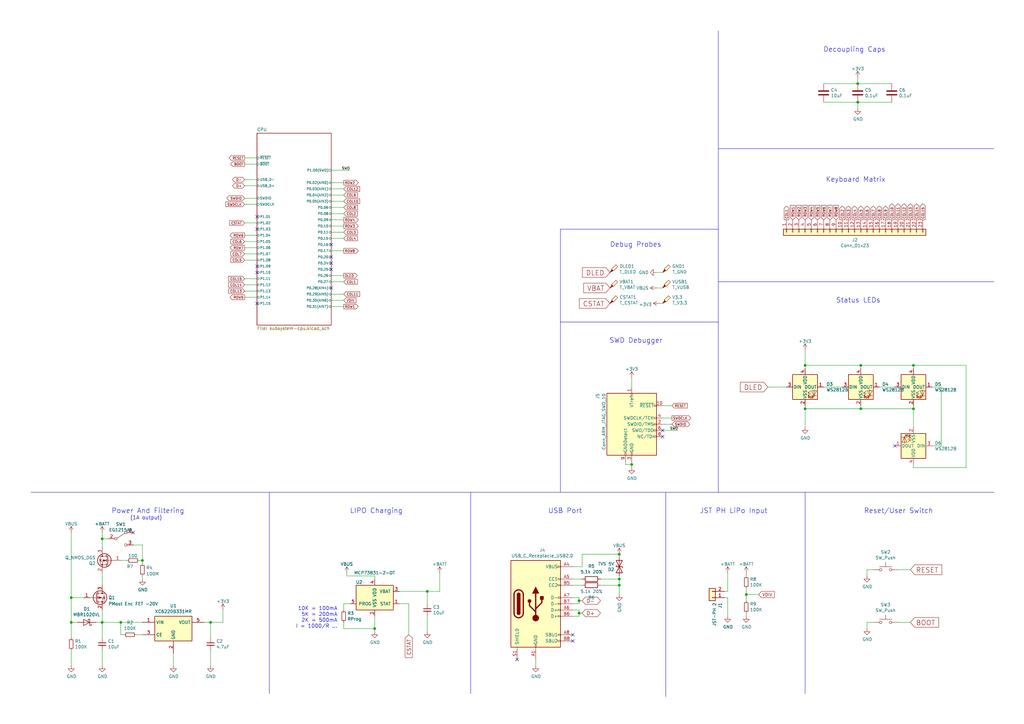
<source format=kicad_sch>
(kicad_sch (version 20230121) (generator eeschema)
  (paper "A3")
  (lib_symbols
    (symbol "Battery_Management:MCP73831-2-OT" (pin_names (offset 1.016))
      (property "Reference" "U" (at -7.62 6.35 0))
      (property "Value" "MCP73831-2-OT" (at 1.27 6.35 0))
      (symbol "MCP73831-2-OT_1_1"
        (pin output line (at 10.16 -2.54 180) (length 2.54) (name "STAT") (number "1"))
        (pin power_in line (at 0 -7.62 90) (length 2.54) (name "VSS") (number "2"))
        (pin power_out line (at 10.16 2.54 180) (length 2.54) (name "VBAT") (number "3"))
        (pin power_in line (at 0 7.62 270) (length 2.54) (name "VDD") (number "4"))
        (pin input line (at -10.16 -2.54 0) (length 2.54) (name "PROG") (number "5"))
      )
    )
    (symbol "Connector:Conn_ARM_JTAG_SWD_10" (pin_names (offset 1.016))
      (property "Reference" "J" (at -2.54 16.51 0))
      (property "Value" "Conn_ARM_JTAG_SWD_10" (at -2.54 13.97 0))
      (symbol "Conn_ARM_JTAG_SWD_10_1_1"
        (pin power_in line (at 0 15.24 270) (length 2.54) (name "VTref") (number "1"))
        (pin open_collector line (at 12.7 7.62 180) (length 2.54) (name "~{RESET}") (number "10"))
        (pin bidirectional line (at 12.7 0 180) (length 2.54) (name "SWDIO/TMS") (number "2"))
        (pin power_in line (at 0 -15.24 90) (length 2.54) (name "GND") (number "3"))
        (pin output line (at 12.7 2.54 180) (length 2.54) (name "SWDCLK/TCK") (number "4"))
        (pin passive line (at 0 -15.24 90) (length 2.54) hide (name "GND") (number "5"))
        (pin input line (at 12.7 -2.54 180) (length 2.54) (name "SWO/TDO") (number "6"))
        (pin no_connect line (at -10.16 0 0) (length 2.54) hide (name "KEY") (number "7"))
        (pin output line (at 12.7 -5.08 180) (length 2.54) (name "NC/TDI") (number "8"))
        (pin passive line (at -2.54 -15.24 90) (length 2.54) (name "GNDDetect") (number "9"))
      )
    )
    (symbol "Connector:TestPoint_Probe" (pin_numbers hide) (pin_names (offset 0.762) hide)
      (property "Reference" "TP" (at 1.651 5.842 0))
      (property "Value" "TestPoint_Probe" (at 1.651 4.064 0))
      (symbol "TestPoint_Probe_1_1"
        (pin passive line (at 0 0 90) (length 0) (name "1") (number "1"))
      )
    )
    (symbol "Connector:USB_C_Receptacle_USB2.0" (pin_names (offset 1.016))
      (property "Reference" "J" (at -10.16 19.05 0))
      (property "Value" "USB_C_Receptacle_USB2.0" (at 19.05 19.05 0))
      (symbol "USB_C_Receptacle_USB2.0_1_1"
        (pin passive line (at 0 -22.86 90) (length 5.08) (name "GND") (number "A1"))
        (pin passive line (at 0 -22.86 90) (length 5.08) hide (name "GND") (number "A12"))
        (pin passive line (at 15.24 15.24 180) (length 5.08) (name "VBUS") (number "A4"))
        (pin bidirectional line (at 15.24 10.16 180) (length 5.08) (name "CC1") (number "A5"))
        (pin bidirectional line (at 15.24 -2.54 180) (length 5.08) (name "D+") (number "A6"))
        (pin bidirectional line (at 15.24 2.54 180) (length 5.08) (name "D-") (number "A7"))
        (pin bidirectional line (at 15.24 -12.7 180) (length 5.08) (name "SBU1") (number "A8"))
        (pin passive line (at 15.24 15.24 180) (length 5.08) hide (name "VBUS") (number "A9"))
        (pin passive line (at 0 -22.86 90) (length 5.08) hide (name "GND") (number "B1"))
        (pin passive line (at 0 -22.86 90) (length 5.08) hide (name "GND") (number "B12"))
        (pin passive line (at 15.24 15.24 180) (length 5.08) hide (name "VBUS") (number "B4"))
        (pin bidirectional line (at 15.24 7.62 180) (length 5.08) (name "CC2") (number "B5"))
        (pin bidirectional line (at 15.24 -5.08 180) (length 5.08) (name "D+") (number "B6"))
        (pin bidirectional line (at 15.24 0 180) (length 5.08) (name "D-") (number "B7"))
        (pin bidirectional line (at 15.24 -15.24 180) (length 5.08) (name "SBU2") (number "B8"))
        (pin passive line (at 15.24 15.24 180) (length 5.08) hide (name "VBUS") (number "B9"))
        (pin passive line (at -7.62 -22.86 90) (length 5.08) (name "SHIELD") (number "S1"))
      )
    )
    (symbol "Connector_Generic:Conn_01x02" (pin_names (offset 1.016) hide)
      (property "Reference" "J" (at 0 2.54 0))
      (property "Value" "Conn_01x02" (at 0 -5.08 0))
      (symbol "Conn_01x02_1_1"
        (pin passive line (at -5.08 0 0) (length 3.81) (name "Pin_1") (number "1"))
        (pin passive line (at -5.08 -2.54 0) (length 3.81) (name "Pin_2") (number "2"))
      )
    )
    (symbol "Connector_Generic:Conn_01x23" (pin_names (offset 1.016) hide)
      (property "Reference" "J" (at 0 30.48 0))
      (property "Value" "Conn_01x23" (at 0 -30.48 0))
      (symbol "Conn_01x23_1_1"
        (pin passive line (at -5.08 27.94 0) (length 3.81) (name "Pin_1") (number "1"))
        (pin passive line (at -5.08 5.08 0) (length 3.81) (name "Pin_10") (number "10"))
        (pin passive line (at -5.08 2.54 0) (length 3.81) (name "Pin_11") (number "11"))
        (pin passive line (at -5.08 0 0) (length 3.81) (name "Pin_12") (number "12"))
        (pin passive line (at -5.08 -2.54 0) (length 3.81) (name "Pin_13") (number "13"))
        (pin passive line (at -5.08 -5.08 0) (length 3.81) (name "Pin_14") (number "14"))
        (pin passive line (at -5.08 -7.62 0) (length 3.81) (name "Pin_15") (number "15"))
        (pin passive line (at -5.08 -10.16 0) (length 3.81) (name "Pin_16") (number "16"))
        (pin passive line (at -5.08 -12.7 0) (length 3.81) (name "Pin_17") (number "17"))
        (pin passive line (at -5.08 -15.24 0) (length 3.81) (name "Pin_18") (number "18"))
        (pin passive line (at -5.08 -17.78 0) (length 3.81) (name "Pin_19") (number "19"))
        (pin passive line (at -5.08 25.4 0) (length 3.81) (name "Pin_2") (number "2"))
        (pin passive line (at -5.08 -20.32 0) (length 3.81) (name "Pin_20") (number "20"))
        (pin passive line (at -5.08 -22.86 0) (length 3.81) (name "Pin_21") (number "21"))
        (pin passive line (at -5.08 -25.4 0) (length 3.81) (name "Pin_22") (number "22"))
        (pin passive line (at -5.08 -27.94 0) (length 3.81) (name "Pin_23") (number "23"))
        (pin passive line (at -5.08 22.86 0) (length 3.81) (name "Pin_3") (number "3"))
        (pin passive line (at -5.08 20.32 0) (length 3.81) (name "Pin_4") (number "4"))
        (pin passive line (at -5.08 17.78 0) (length 3.81) (name "Pin_5") (number "5"))
        (pin passive line (at -5.08 15.24 0) (length 3.81) (name "Pin_6") (number "6"))
        (pin passive line (at -5.08 12.7 0) (length 3.81) (name "Pin_7") (number "7"))
        (pin passive line (at -5.08 10.16 0) (length 3.81) (name "Pin_8") (number "8"))
        (pin passive line (at -5.08 7.62 0) (length 3.81) (name "Pin_9") (number "9"))
      )
    )
    (symbol "Device:C" (pin_numbers hide) (pin_names (offset 0.254))
      (property "Reference" "C" (at 0.635 2.54 0))
      (property "Value" "C" (at 0.635 -2.54 0))
      (symbol "C_1_1"
        (pin passive line (at 0 3.81 270) (length 2.794) (name "~") (number "1"))
        (pin passive line (at 0 -3.81 90) (length 2.794) (name "~") (number "2"))
      )
    )
    (symbol "Device:C_Small" (pin_numbers hide) (pin_names (offset 0.254) hide)
      (property "Reference" "C" (at 0.254 1.778 0))
      (property "Value" "C_Small" (at 0.254 -2.032 0))
      (symbol "C_Small_1_1"
        (pin passive line (at 0 2.54 270) (length 2.032) (name "~") (number "1"))
        (pin passive line (at 0 -2.54 90) (length 2.032) (name "~") (number "2"))
      )
    )
    (symbol "Device:D_TVS" (pin_numbers hide) (pin_names (offset 1.016) hide)
      (property "Reference" "D" (at 0 2.54 0))
      (property "Value" "D_TVS" (at 0 -2.54 0))
      (symbol "D_TVS_1_1"
        (pin passive line (at -3.81 0 0) (length 2.54) (name "A1") (number "1"))
        (pin passive line (at 3.81 0 180) (length 2.54) (name "A2") (number "2"))
      )
    )
    (symbol "Device:Q_NMOS_GSD" (pin_names (offset 0) hide)
      (property "Reference" "Q" (at 5.08 1.27 0))
      (property "Value" "Q_NMOS_GSD" (at 5.08 -1.27 0))
      (symbol "Q_NMOS_GSD_1_1"
        (pin input line (at -5.08 0 0) (length 2.54) (name "G") (number "1"))
        (pin passive line (at 2.54 -5.08 90) (length 2.54) (name "S") (number "2"))
        (pin passive line (at 2.54 5.08 270) (length 2.54) (name "D") (number "3"))
      )
    )
    (symbol "Device:R" (pin_numbers hide) (pin_names (offset 0))
      (property "Reference" "R" (at 2.032 0 90))
      (property "Value" "R" (at 0 0 90))
      (symbol "R_1_1"
        (pin passive line (at 0 3.81 270) (length 1.27) (name "~") (number "1"))
        (pin passive line (at 0 -3.81 90) (length 1.27) (name "~") (number "2"))
      )
    )
    (symbol "Device:R_Small" (pin_numbers hide) (pin_names (offset 0.254) hide)
      (property "Reference" "R" (at 0.762 0.508 0))
      (property "Value" "R_Small" (at 0.762 -1.016 0))
      (symbol "R_Small_1_1"
        (pin passive line (at 0 2.54 270) (length 0.762) (name "~") (number "1"))
        (pin passive line (at 0 -2.54 90) (length 0.762) (name "~") (number "2"))
      )
    )
    (symbol "Diode:MBR1020VL" (pin_numbers hide) (pin_names hide)
      (property "Reference" "D" (at 0 2.54 0))
      (property "Value" "MBR1020VL" (at 0 -2.54 0))
      (symbol "MBR1020VL_1_1"
        (pin passive line (at -3.81 0 0) (length 2.54) (name "K") (number "1"))
        (pin passive line (at 3.81 0 180) (length 2.54) (name "A") (number "2"))
      )
    )
    (symbol "GND_1" (power) (pin_names (offset 0))
      (property "Value" "GND_1" (at 0 -3.81 0))
      (symbol "GND_1_1_1"
        (pin power_in line (at 0 0 270) (length 0) hide (name "GND") (number "1"))
      )
    )
    (symbol "LibraryLoader:WS2812B_2020" (pin_names (offset 0.254))
      (property "Reference" "D" (at 5.08 5.715 0))
      (property "Value" "WS2812B_2020" (at 1.27 -5.715 0))
      (symbol "WS2812B_2020_0_0"
        (text "RGB" (at 2.286 -4.191 0) (effects (font (size 0.762 0.762))))
      )
      (symbol "WS2812B_2020_1_1"
        (pin output line (at 7.62 0 180) (length 2.54) (name "DOUT") (number "1"))
        (pin power_in line (at 0 -7.62 90) (length 2.54) (name "VSS") (number "2"))
        (pin input line (at -7.62 0 0) (length 2.54) (name "DIN") (number "3"))
        (pin power_in line (at 0 7.62 270) (length 2.54) (name "VDD") (number "4"))
      )
    )
    (symbol "Regulator_Linear:XC6220B331MR"
      (property "Reference" "U" (at 0 8.89 0))
      (property "Value" "XC6220B331MR" (at 0 6.35 0))
      (symbol "XC6220B331MR_1_1"
        (pin power_in line (at -12.7 2.54 0) (length 5.08) (name "VIN") (number "1"))
        (pin power_in line (at 0 -10.16 90) (length 5.08) (name "GND") (number "2"))
        (pin input line (at -12.7 -2.54 0) (length 5.08) (name "CE") (number "3"))
        (pin no_connect line (at 12.7 -2.54 180) (length 5.08) hide (name "NC") (number "4"))
        (pin power_out line (at 12.7 2.54 180) (length 5.08) (name "VOUT") (number "5"))
      )
    )
    (symbol "Switch:SW_Push" (pin_numbers hide) (pin_names (offset 1.016) hide)
      (property "Reference" "SW" (at 1.27 2.54 0))
      (property "Value" "SW_Push" (at 0 -1.524 0))
      (symbol "SW_Push_0_1"
        (pin passive line (at -5.08 0 0) (length 2.54) (name "1") (number "1"))
        (pin passive line (at 5.08 0 180) (length 2.54) (name "2") (number "2"))
      )
    )
    (symbol "Switch:SW_SPDT" (pin_names (offset 0) hide)
      (property "Reference" "SW" (at 0 4.318 0))
      (property "Value" "SW_SPDT" (at 0 -5.08 0))
      (symbol "SW_SPDT_1_1"
        (pin passive line (at 5.08 2.54 180) (length 2.54) (name "A") (number "1"))
        (pin passive line (at -5.08 0 0) (length 2.54) (name "B") (number "2"))
        (pin passive line (at 5.08 -2.54 180) (length 2.54) (name "C") (number "3"))
      )
    )
    (symbol "Transistor_FET:DMG2301L" (pin_names hide)
      (property "Reference" "Q" (at 5.08 1.905 0))
      (property "Value" "DMG2301L" (at 5.08 0 0))
      (symbol "DMG2301L_1_1"
        (pin input line (at -5.08 0 0) (length 2.54) (name "G") (number "1"))
        (pin passive line (at 2.54 -5.08 90) (length 2.54) (name "S") (number "2"))
        (pin passive line (at 2.54 5.08 270) (length 2.54) (name "D") (number "3"))
      )
    )
    (symbol "VBUS_1" (power) (pin_names (offset 0))
      (property "Value" "VBUS_1" (at 0 3.81 0))
      (symbol "VBUS_1_1_1"
        (pin power_in line (at 0 0 90) (length 0) hide (name "VBUS") (number "1"))
      )
    )
    (symbol "power:+3.3V" (power) (pin_names (offset 0))
      (property "Value" "+3.3V" (at 0 3.556 0))
      (symbol "+3.3V_1_1"
        (pin power_in line (at 0 0 90) (length 0) hide (name "+3V3") (number "1"))
      )
    )
    (symbol "power:+BATT" (power) (pin_names (offset 0))
      (property "Value" "+BATT" (at 0 3.556 0))
      (symbol "+BATT_1_1"
        (pin power_in line (at 0 0 90) (length 0) hide (name "+BATT") (number "1"))
      )
    )
    (symbol "power:GND" (power) (pin_names (offset 0))
      (property "Value" "GND" (at 0 -3.81 0))
      (symbol "GND_1_1"
        (pin power_in line (at 0 0 270) (length 0) hide (name "GND") (number "1"))
      )
    )
    (symbol "power:VBUS" (power) (pin_names (offset 0))
      (property "Value" "VBUS" (at 0 3.81 0))
      (symbol "VBUS_1_1"
        (pin power_in line (at 0 0 90) (length 0) hide (name "VBUS") (number "1"))
      )
    )
  )
  (junction (at 330.2 167.64))
  (junction (at 374.65 149.86))
  (junction (at 353.06 149.86))
  (junction (at 254 227.33))
  (junction (at 58.42 229.87))
  (junction (at 41.91 220.98))
  (junction (at 175.26 242.57))
  (junction (at 254 237.49))
  (junction (at 49.53 255.27))
  (junction (at 306.07 243.84))
  (junction (at 237.49 246.38))
  (junction (at 29.21 245.11))
  (junction (at 353.06 167.64))
  (junction (at 351.79 41.91))
  (junction (at 41.91 255.27))
  (junction (at 153.67 257.81))
  (junction (at 254 240.03))
  (junction (at 86.36 255.27))
  (junction (at 29.21 255.27))
  (junction (at 237.49 251.46))
  (junction (at 259.08 190.5))
  (junction (at 351.79 34.29))
  (junction (at 374.65 167.64))
  (junction (at 330.2 149.86))
  (no_connect (at 105.41 124.46))
  (no_connect (at 54.61 218.44))
  (no_connect (at 105.41 111.76))
  (no_connect (at 135.89 110.49))
  (no_connect (at 105.41 109.22))
  (no_connect (at 234.95 260.35))
  (no_connect (at 234.95 262.89))
  (no_connect (at 212.09 270.51))
  (no_connect (at 367.03 182.88))
  (no_connect (at 135.89 118.11))
  (no_connect (at 271.78 179.07))
  (no_connect (at 271.78 176.53))
  (no_connect (at 135.89 100.33))
  (no_connect (at 135.89 107.95))
  (no_connect (at 105.41 88.9))
  (no_connect (at 135.89 105.41))
  (no_connect (at 105.41 93.98))
  (wire (pts (xy 135.89 102.87) (xy 140.97 102.87)))
  (polyline (pts (xy 294.64 115.57) (xy 407.67 115.57)))
  (wire (pts (xy 140.97 123.19) (xy 135.89 123.19)))
  (wire (pts (xy 256.54 189.23) (xy 256.54 190.5)))
  (wire (pts (xy 135.89 80.01) (xy 140.97 80.01)))
  (wire (pts (xy 100.33 106.68) (xy 105.41 106.68)))
  (wire (pts (xy 41.91 220.98) (xy 41.91 224.79)))
  (wire (pts (xy 360.68 158.75) (xy 367.03 158.75)))
  (wire (pts (xy 140.97 77.47) (xy 135.89 77.47)))
  (wire (pts (xy 100.33 101.6) (xy 105.41 101.6)))
  (wire (pts (xy 330.2 167.64) (xy 353.06 167.64)))
  (wire (pts (xy 374.65 167.64) (xy 374.65 175.26)))
  (wire (pts (xy 140.97 97.79) (xy 135.89 97.79)))
  (wire (pts (xy 246.38 240.03) (xy 254 240.03)))
  (wire (pts (xy 180.34 242.57) (xy 180.34 234.95)))
  (wire (pts (xy 41.91 220.98) (xy 41.91 218.44)))
  (wire (pts (xy 100.33 116.84) (xy 105.41 116.84)))
  (polyline (pts (xy 294.64 132.08) (xy 229.87 132.08)))
  (wire (pts (xy 58.42 229.87) (xy 58.42 231.14)))
  (wire (pts (xy 105.41 83.82) (xy 100.33 83.82)))
  (wire (pts (xy 353.06 167.64) (xy 374.65 167.64)))
  (polyline (pts (xy 294.64 60.96) (xy 407.67 60.96)))
  (wire (pts (xy 29.21 218.44) (xy 29.21 245.11)))
  (wire (pts (xy 254 240.03) (xy 254 243.84)))
  (wire (pts (xy 355.6 255.27) (xy 358.14 255.27)))
  (wire (pts (xy 330.2 151.13) (xy 330.2 149.86)))
  (wire (pts (xy 175.26 242.57) (xy 163.83 242.57)))
  (wire (pts (xy 374.65 191.77) (xy 374.65 190.5)))
  (wire (pts (xy 100.33 73.66) (xy 105.41 73.66)))
  (wire (pts (xy 256.54 190.5) (xy 259.08 190.5)))
  (wire (pts (xy 57.15 229.87) (xy 58.42 229.87)))
  (polyline (pts (xy 12.7 201.93) (xy 407.67 201.93)))
  (wire (pts (xy 337.82 158.75) (xy 345.44 158.75)))
  (wire (pts (xy 396.24 191.77) (xy 374.65 191.77)))
  (wire (pts (xy 234.95 245.11) (xy 237.49 245.11)))
  (wire (pts (xy 140.97 257.81) (xy 153.67 257.81)))
  (wire (pts (xy 330.2 175.26) (xy 330.2 167.64)))
  (wire (pts (xy 330.2 167.64) (xy 330.2 166.37)))
  (wire (pts (xy 135.89 90.17) (xy 140.97 90.17)))
  (wire (pts (xy 175.26 247.65) (xy 175.26 242.57)))
  (wire (pts (xy 351.79 34.29) (xy 365.76 34.29)))
  (wire (pts (xy 237.49 251.46) (xy 237.49 252.73)))
  (wire (pts (xy 100.33 96.52) (xy 105.41 96.52)))
  (wire (pts (xy 41.91 273.05) (xy 41.91 266.7)))
  (wire (pts (xy 135.89 125.73) (xy 140.97 125.73)))
  (wire (pts (xy 368.3 255.27) (xy 373.38 255.27)))
  (wire (pts (xy 271.78 171.45) (xy 275.59 171.45)))
  (wire (pts (xy 254 237.49) (xy 254 240.03)))
  (wire (pts (xy 373.38 233.68) (xy 368.3 233.68)))
  (wire (pts (xy 49.53 255.27) (xy 41.91 255.27)))
  (wire (pts (xy 140.97 115.57) (xy 135.89 115.57)))
  (wire (pts (xy 142.24 234.95) (xy 142.24 236.22)))
  (wire (pts (xy 105.41 104.14) (xy 100.33 104.14)))
  (wire (pts (xy 58.42 223.52) (xy 58.42 229.87)))
  (wire (pts (xy 234.95 237.49) (xy 238.76 237.49)))
  (wire (pts (xy 351.79 31.75) (xy 351.79 34.29)))
  (wire (pts (xy 140.97 250.19) (xy 140.97 247.65)))
  (wire (pts (xy 58.42 236.22) (xy 58.42 237.49)))
  (wire (pts (xy 55.88 260.35) (xy 58.42 260.35)))
  (wire (pts (xy 396.24 149.86) (xy 396.24 191.77)))
  (wire (pts (xy 100.33 76.2) (xy 105.41 76.2)))
  (wire (pts (xy 237.49 246.38) (xy 237.49 247.65)))
  (wire (pts (xy 237.49 250.19) (xy 237.49 251.46)))
  (wire (pts (xy 238.76 227.33) (xy 254 227.33)))
  (wire (pts (xy 297.18 242.57) (xy 298.45 242.57)))
  (wire (pts (xy 29.21 255.27) (xy 31.75 255.27)))
  (wire (pts (xy 355.6 233.68) (xy 358.14 233.68)))
  (wire (pts (xy 374.65 149.86) (xy 396.24 149.86)))
  (wire (pts (xy 41.91 255.27) (xy 41.91 261.62)))
  (wire (pts (xy 271.78 166.37) (xy 275.59 166.37)))
  (wire (pts (xy 306.07 243.84) (xy 311.15 243.84)))
  (wire (pts (xy 100.33 81.28) (xy 105.41 81.28)))
  (wire (pts (xy 86.36 255.27) (xy 91.44 255.27)))
  (wire (pts (xy 246.38 237.49) (xy 254 237.49)))
  (wire (pts (xy 254 237.49) (xy 254 236.22)))
  (wire (pts (xy 298.45 245.11) (xy 298.45 252.73)))
  (wire (pts (xy 275.59 173.99) (xy 271.78 173.99)))
  (wire (pts (xy 54.61 223.52) (xy 58.42 223.52)))
  (wire (pts (xy 41.91 250.19) (xy 41.91 255.27)))
  (wire (pts (xy 49.53 255.27) (xy 58.42 255.27)))
  (wire (pts (xy 100.33 121.92) (xy 105.41 121.92)))
  (wire (pts (xy 237.49 245.11) (xy 237.49 246.38)))
  (polyline (pts (xy 229.87 93.98) (xy 294.64 93.98)))
  (polyline (pts (xy 273.05 201.93) (xy 273.05 285.75)))
  (wire (pts (xy 135.89 120.65) (xy 140.97 120.65)))
  (wire (pts (xy 135.89 69.85) (xy 143.51 69.85)))
  (wire (pts (xy 259.08 158.75) (xy 259.08 154.94)))
  (wire (pts (xy 374.65 151.13) (xy 374.65 149.86)))
  (wire (pts (xy 140.97 247.65) (xy 143.51 247.65)))
  (wire (pts (xy 386.08 182.88) (xy 386.08 158.75)))
  (wire (pts (xy 237.49 246.38) (xy 238.76 246.38)))
  (wire (pts (xy 351.79 41.91) (xy 365.76 41.91)))
  (wire (pts (xy 330.2 149.86) (xy 330.2 143.51)))
  (wire (pts (xy 41.91 220.98) (xy 44.45 220.98)))
  (wire (pts (xy 140.97 92.71) (xy 135.89 92.71)))
  (wire (pts (xy 175.26 259.08) (xy 175.26 252.73)))
  (wire (pts (xy 297.18 245.11) (xy 298.45 245.11)))
  (wire (pts (xy 259.08 191.77) (xy 259.08 190.5)))
  (wire (pts (xy 49.53 260.35) (xy 49.53 255.27)))
  (wire (pts (xy 105.41 119.38) (xy 100.33 119.38)))
  (wire (pts (xy 41.91 234.95) (xy 41.91 240.03)))
  (wire (pts (xy 83.82 255.27) (xy 86.36 255.27)))
  (wire (pts (xy 254 227.33) (xy 254 228.6)))
  (wire (pts (xy 71.12 273.05) (xy 71.12 267.97)))
  (wire (pts (xy 271.78 176.53) (xy 278.13 176.53)))
  (wire (pts (xy 91.44 255.27) (xy 91.44 250.19)))
  (wire (pts (xy 234.95 252.73) (xy 237.49 252.73)))
  (wire (pts (xy 238.76 227.33) (xy 238.76 232.41)))
  (wire (pts (xy 351.79 44.45) (xy 351.79 41.91)))
  (wire (pts (xy 374.65 167.64) (xy 374.65 166.37)))
  (wire (pts (xy 269.24 111.76) (xy 271.78 111.76)))
  (polyline (pts (xy 294.64 12.7) (xy 294.64 201.93)))
  (wire (pts (xy 355.6 236.22) (xy 355.6 233.68)))
  (wire (pts (xy 140.97 82.55) (xy 135.89 82.55)))
  (wire (pts (xy 355.6 257.81) (xy 355.6 255.27)))
  (polyline (pts (xy 229.87 93.98) (xy 229.87 201.93)))
  (wire (pts (xy 237.49 251.46) (xy 238.76 251.46)))
  (wire (pts (xy 142.24 236.22) (xy 153.67 236.22)))
  (wire (pts (xy 234.95 240.03) (xy 238.76 240.03)))
  (wire (pts (xy 306.07 246.38) (xy 306.07 243.84)))
  (wire (pts (xy 353.06 151.13) (xy 353.06 149.86)))
  (wire (pts (xy 306.07 252.73) (xy 306.07 251.46)))
  (wire (pts (xy 140.97 257.81) (xy 140.97 255.27)))
  (wire (pts (xy 29.21 261.62) (xy 29.21 255.27)))
  (wire (pts (xy 105.41 99.06) (xy 100.33 99.06)))
  (wire (pts (xy 29.21 273.05) (xy 29.21 266.7)))
  (wire (pts (xy 337.82 41.91) (xy 351.79 41.91)))
  (wire (pts (xy 270.51 124.46) (xy 271.78 124.46)))
  (polyline (pts (xy 110.49 284.48) (xy 110.49 201.93)))
  (wire (pts (xy 234.95 247.65) (xy 237.49 247.65)))
  (wire (pts (xy 135.89 95.25) (xy 140.97 95.25)))
  (wire (pts (xy 306.07 236.22) (xy 306.07 234.95)))
  (wire (pts (xy 86.36 273.05) (xy 86.36 266.7)))
  (wire (pts (xy 234.95 250.19) (xy 237.49 250.19)))
  (wire (pts (xy 314.96 158.75) (xy 322.58 158.75)))
  (wire (pts (xy 167.64 247.65) (xy 167.64 260.35)))
  (wire (pts (xy 100.33 64.77) (xy 105.41 64.77)))
  (wire (pts (xy 234.95 232.41) (xy 238.76 232.41)))
  (wire (pts (xy 49.53 229.87) (xy 52.07 229.87)))
  (wire (pts (xy 39.37 255.27) (xy 41.91 255.27)))
  (wire (pts (xy 153.67 257.81) (xy 153.67 252.73)))
  (wire (pts (xy 140.97 87.63) (xy 135.89 87.63)))
  (wire (pts (xy 100.33 67.31) (xy 105.41 67.31)))
  (wire (pts (xy 353.06 149.86) (xy 374.65 149.86)))
  (wire (pts (xy 269.24 118.11) (xy 271.78 118.11)))
  (wire (pts (xy 219.71 270.51) (xy 219.71 273.05)))
  (wire (pts (xy 153.67 259.08) (xy 153.67 257.81)))
  (wire (pts (xy 306.07 243.84) (xy 306.07 241.3)))
  (wire (pts (xy 135.89 85.09) (xy 140.97 85.09)))
  (wire (pts (xy 50.8 260.35) (xy 49.53 260.35)))
  (wire (pts (xy 382.27 182.88) (xy 386.08 182.88)))
  (wire (pts (xy 135.89 74.93) (xy 140.97 74.93)))
  (wire (pts (xy 180.34 242.57) (xy 175.26 242.57)))
  (wire (pts (xy 29.21 245.11) (xy 29.21 255.27)))
  (wire (pts (xy 105.41 91.44) (xy 100.33 91.44)))
  (wire (pts (xy 140.97 113.03) (xy 135.89 113.03)))
  (wire (pts (xy 105.41 114.3) (xy 100.33 114.3)))
  (wire (pts (xy 86.36 261.62) (xy 86.36 255.27)))
  (wire (pts (xy 337.82 34.29) (xy 351.79 34.29)))
  (wire (pts (xy 330.2 149.86) (xy 353.06 149.86)))
  (wire (pts (xy 353.06 167.64) (xy 353.06 166.37)))
  (wire (pts (xy 163.83 247.65) (xy 167.64 247.65)))
  (wire (pts (xy 29.21 245.11) (xy 34.29 245.11)))
  (polyline (pts (xy 193.04 284.48) (xy 193.04 201.93)))
  (polyline (pts (xy 330.2 201.93) (xy 330.2 284.48)))
  (wire (pts (xy 259.08 190.5) (xy 259.08 189.23)))
  (wire (pts (xy 153.67 237.49) (xy 153.67 236.22)))
  (wire (pts (xy 386.08 158.75) (xy 382.27 158.75)))
  (wire (pts (xy 298.45 234.95) (xy 298.45 242.57)))
  (text "JST PH LiPo Input" (at 287.02 210.82 0) (effects (font (size 2.0066 2.0066)) (justify left bottom)))
  (text "USB Port" (at 224.79 210.82 0) (effects (font (size 2.0066 2.0066)) (justify left bottom)))
  (text "SWD Debugger" (at 271.78 140.97 0) (effects (font (size 2.0066 2.0066)) (justify right bottom)))
  (text "Reset/User Switch" (at 354.33 210.82 0) (effects (font (size 2.0066 2.0066)) (justify left bottom)))
  (text "Debug Probes" (at 250.19 101.6 0) (effects (font (size 2.0066 2.0066)) (justify left bottom)))
  (text "Power And Filtering" (at 45.72 210.82 0) (effects (font (size 2.0066 2.0066)) (justify left bottom)))
  (text "Status LEDs" (at 342.9 124.46 0) (effects (font (size 2.0066 2.0066)) (justify left bottom)))
  (text "Keyboard Matrix" (at 363.22 74.93 0) (effects (font (size 2.0066 2.0066)) (justify right bottom)))
  (text "10K = 100mA\n5K = 200mA\n2K = 500mA\nI = 1000/R ..." (at 138.43 257.81 0) (effects (font (size 1.4986 1.4986)) (justify right bottom)))
  (text "(1A output)" (at 53.34 213.36 0) (effects (font (size 1.4986 1.4986)) (justify left bottom)))
  (text "Decoupling Caps" (at 363.22 21.59 0) (effects (font (size 2.0066 2.0066)) (justify right bottom)))
  (text "LIPO Charging" (at 143.51 210.82 0) (effects (font (size 2.0066 2.0066)) (justify left bottom)))
  (label "SWO" (at 143.51 69.85 180) (effects (font (size 1 1))))
  (label "SWO" (at 278.13 176.53 180) (effects (font (size 1 1))))
  (global_label "ROW8" (shape output) (at 140.97 102.87 0) (effects (font (size 0.9906 0.9906))) (property "Intersheetrefs" "${INTERSHEET_REFS}" (effects hide)))
  (global_label "BOOT" (shape output) (at 100.33 67.31 180) (effects (font (size 0.9906 0.9906))) (property "Intersheetrefs" "${INTERSHEET_REFS}" (effects hide)))
  (global_label "COL8" (shape input) (at 140.97 85.09 0) (effects (font (size 0.9906 0.9906))) (property "Intersheetrefs" "${INTERSHEET_REFS}" (effects hide)))
  (global_label "CSTAT" (shape input) (at 167.64 260.35 270) (effects (font (size 1.4986 1.4986))) (property "Intersheetrefs" "${INTERSHEET_REFS}" (effects hide)))
  (global_label "RESET" (shape input) (at 275.59 166.37 0) (effects (font (size 0.9906 0.9906))) (property "Intersheetrefs" "${INTERSHEET_REFS}" (effects hide)))
  (global_label "COL14" (shape input) (at 100.33 116.84 180) (effects (font (size 0.9906 0.9906))) (property "Intersheetrefs" "${INTERSHEET_REFS}" (effects hide)))
  (global_label "COL13" (shape output) (at 373.38 90.17 90) (effects (font (size 0.9906 0.9906))) (property "Intersheetrefs" "${INTERSHEET_REFS}" (effects hide)))
  (global_label "COL7" (shape output) (at 358.14 90.17 90) (effects (font (size 0.9906 0.9906))) (property "Intersheetrefs" "${INTERSHEET_REFS}" (effects hide)))
  (global_label "D-" (shape bidirectional) (at 238.76 246.38 0) (effects (font (size 1.4986 1.4986))) (property "Intersheetrefs" "${INTERSHEET_REFS}" (effects hide)))
  (global_label "ROW8" (shape input) (at 342.9 90.17 90) (effects (font (size 0.9906 0.9906))) (property "Intersheetrefs" "${INTERSHEET_REFS}" (effects hide)))
  (global_label "VDIV" (shape input) (at 140.97 123.19 0) (effects (font (size 0.9906 0.9906))) (property "Intersheetrefs" "${INTERSHEET_REFS}" (effects hide)))
  (global_label "COL6" (shape output) (at 355.6 90.17 90) (effects (font (size 0.9906 0.9906))) (property "Intersheetrefs" "${INTERSHEET_REFS}" (effects hide)))
  (global_label "COL1" (shape output) (at 322.58 90.17 90) (effects (font (size 0.9906 0.9906))) (property "Intersheetrefs" "${INTERSHEET_REFS}" (effects hide)))
  (global_label "BOOT" (shape input) (at 373.38 255.27 0) (effects (font (size 2.0066 2.0066))) (property "Intersheetrefs" "${INTERSHEET_REFS}" (effects hide)))
  (global_label "ROW2" (shape output) (at 140.97 74.93 0) (effects (font (size 0.9906 0.9906))) (property "Intersheetrefs" "${INTERSHEET_REFS}" (effects hide)))
  (global_label "ROW7" (shape output) (at 100.33 101.6 180) (effects (font (size 0.9906 0.9906))) (property "Intersheetrefs" "${INTERSHEET_REFS}" (effects hide)))
  (global_label "DLED" (shape output) (at 140.97 113.03 0) (effects (font (size 0.9906 0.9906))) (property "Intersheetrefs" "${INTERSHEET_REFS}" (effects hide)))
  (global_label "ROW4" (shape input) (at 332.74 90.17 90) (effects (font (size 0.9906 0.9906))) (property "Intersheetrefs" "${INTERSHEET_REFS}" (effects hide)))
  (global_label "ROW4" (shape output) (at 140.97 90.17 0) (effects (font (size 0.9906 0.9906))) (property "Intersheetrefs" "${INTERSHEET_REFS}" (effects hide)))
  (global_label "ROW1" (shape input) (at 325.12 90.17 90) (effects (font (size 0.9906 0.9906))) (property "Intersheetrefs" "${INTERSHEET_REFS}" (effects hide)))
  (global_label "COL3" (shape output) (at 347.98 90.17 90) (effects (font (size 0.9906 0.9906))) (property "Intersheetrefs" "${INTERSHEET_REFS}" (effects hide)))
  (global_label "CSTAT" (shape input) (at 250.19 124.46 180) (effects (font (size 2.0066 2.0066))) (property "Intersheetrefs" "${INTERSHEET_REFS}" (effects hide)))
  (global_label "COL10" (shape input) (at 140.97 82.55 0) (effects (font (size 0.9906 0.9906))) (property "Intersheetrefs" "${INTERSHEET_REFS}" (effects hide)))
  (global_label "RESET" (shape input) (at 373.38 233.68 0) (effects (font (size 2.0066 2.0066))) (property "Intersheetrefs" "${INTERSHEET_REFS}" (effects hide)))
  (global_label "COL12" (shape output) (at 370.84 90.17 90) (effects (font (size 0.9906 0.9906))) (property "Intersheetrefs" "${INTERSHEET_REFS}" (effects hide)))
  (global_label "COL4" (shape output) (at 350.52 90.17 90) (effects (font (size 0.9906 0.9906))) (property "Intersheetrefs" "${INTERSHEET_REFS}" (effects hide)))
  (global_label "COL12" (shape input) (at 140.97 77.47 0) (effects (font (size 0.9906 0.9906))) (property "Intersheetrefs" "${INTERSHEET_REFS}" (effects hide)))
  (global_label "COL10" (shape output) (at 365.76 90.17 90) (effects (font (size 0.9906 0.9906))) (property "Intersheetrefs" "${INTERSHEET_REFS}" (effects hide)))
  (global_label "ROW5" (shape input) (at 335.28 90.17 90) (effects (font (size 0.9906 0.9906))) (property "Intersheetrefs" "${INTERSHEET_REFS}" (effects hide)))
  (global_label "COL3" (shape input) (at 140.97 95.25 0) (effects (font (size 0.9906 0.9906))) (property "Intersheetrefs" "${INTERSHEET_REFS}" (effects hide)))
  (global_label "CSTAT" (shape input) (at 100.33 91.44 180) (effects (font (size 0.9906 0.9906))) (property "Intersheetrefs" "${INTERSHEET_REFS}" (effects hide)))
  (global_label "COL7" (shape input) (at 100.33 104.14 180) (effects (font (size 0.9906 0.9906))) (property "Intersheetrefs" "${INTERSHEET_REFS}" (effects hide)))
  (global_label "DLED" (shape input) (at 250.19 111.76 180) (effects (font (size 2.0066 2.0066))) (property "Intersheetrefs" "${INTERSHEET_REFS}" (effects hide)))
  (global_label "ROW3" (shape output) (at 140.97 92.71 0) (effects (font (size 0.9906 0.9906))) (property "Intersheetrefs" "${INTERSHEET_REFS}" (effects hide)))
  (global_label "COL15" (shape input) (at 100.33 114.3 180) (effects (font (size 0.9906 0.9906))) (property "Intersheetrefs" "${INTERSHEET_REFS}" (effects hide)))
  (global_label "ROW3" (shape input) (at 330.2 90.17 90) (effects (font (size 0.9906 0.9906))) (property "Intersheetrefs" "${INTERSHEET_REFS}" (effects hide)))
  (global_label "COL14" (shape output) (at 375.92 90.17 90) (effects (font (size 0.9906 0.9906))) (property "Intersheetrefs" "${INTERSHEET_REFS}" (effects hide)))
  (global_label "VDIV" (shape input) (at 311.15 243.84 0) (property "Intersheetrefs" "${INTERSHEET_REFS}" (effects hide)))
  (global_label "SWDIO" (shape bidirectional) (at 275.59 173.99 0) (effects (font (size 0.9906 0.9906))) (property "Intersheetrefs" "${INTERSHEET_REFS}" (effects hide)))
  (global_label "D-" (shape bidirectional) (at 100.33 73.66 180) (effects (font (size 0.9906 0.9906))) (property "Intersheetrefs" "${INTERSHEET_REFS}" (effects hide)))
  (global_label "D+" (shape bidirectional) (at 100.33 76.2 180) (effects (font (size 0.9906 0.9906))) (property "Intersheetrefs" "${INTERSHEET_REFS}" (effects hide)))
  (global_label "COL8" (shape output) (at 360.68 90.17 90) (effects (font (size 0.9906 0.9906))) (property "Intersheetrefs" "${INTERSHEET_REFS}" (effects hide)))
  (global_label "COL1" (shape input) (at 140.97 115.57 0) (effects (font (size 0.9906 0.9906))) (property "Intersheetrefs" "${INTERSHEET_REFS}" (effects hide)))
  (global_label "ROW6" (shape input) (at 337.82 90.17 90) (effects (font (size 0.9906 0.9906))) (property "Intersheetrefs" "${INTERSHEET_REFS}" (effects hide)))
  (global_label "COL9" (shape input) (at 140.97 80.01 0) (effects (font (size 0.9906 0.9906))) (property "Intersheetrefs" "${INTERSHEET_REFS}" (effects hide)))
  (global_label "D+" (shape bidirectional) (at 238.76 251.46 0) (effects (font (size 1.4986 1.4986))) (property "Intersheetrefs" "${INTERSHEET_REFS}" (effects hide)))
  (global_label "COL4" (shape input) (at 140.97 97.79 0) (effects (font (size 0.9906 0.9906))) (property "Intersheetrefs" "${INTERSHEET_REFS}" (effects hide)))
  (global_label "ROW5" (shape output) (at 100.33 121.92 180) (effects (font (size 0.9906 0.9906))) (property "Intersheetrefs" "${INTERSHEET_REFS}" (effects hide)))
  (global_label "COL13" (shape input) (at 100.33 119.38 180) (effects (font (size 0.9906 0.9906))) (property "Intersheetrefs" "${INTERSHEET_REFS}" (effects hide)))
  (global_label "COL2" (shape input) (at 140.97 87.63 0) (effects (font (size 0.9906 0.9906))) (property "Intersheetrefs" "${INTERSHEET_REFS}" (effects hide)))
  (global_label "COL2" (shape output) (at 345.44 90.17 90) (effects (font (size 0.9906 0.9906))) (property "Intersheetrefs" "${INTERSHEET_REFS}" (effects hide)))
  (global_label "COL5" (shape output) (at 353.06 90.17 90) (effects (font (size 0.9906 0.9906))) (property "Intersheetrefs" "${INTERSHEET_REFS}" (effects hide)))
  (global_label "COL11" (shape input) (at 140.97 120.65 0) (effects (font (size 0.9906 0.9906))) (property "Intersheetrefs" "${INTERSHEET_REFS}" (effects hide)))
  (global_label "ROW1" (shape output) (at 140.97 125.73 0) (effects (font (size 0.9906 0.9906))) (property "Intersheetrefs" "${INTERSHEET_REFS}" (effects hide)))
  (global_label "SWDCLK" (shape input) (at 100.33 83.82 180) (effects (font (size 0.9906 0.9906))) (property "Intersheetrefs" "${INTERSHEET_REFS}" (effects hide)))
  (global_label "COL11" (shape output) (at 368.3 90.17 90) (effects (font (size 0.9906 0.9906))) (property "Intersheetrefs" "${INTERSHEET_REFS}" (effects hide)))
  (global_label "DLED" (shape input) (at 314.96 158.75 180) (effects (font (size 2.0066 2.0066))) (property "Intersheetrefs" "${INTERSHEET_REFS}" (effects hide)))
  (global_label "COL6" (shape input) (at 100.33 99.06 180) (effects (font (size 0.9906 0.9906))) (property "Intersheetrefs" "${INTERSHEET_REFS}" (effects hide)))
  (global_label "VBAT" (shape input) (at 250.19 118.11 180) (effects (font (size 2.0066 2.0066))) (property "Intersheetrefs" "${INTERSHEET_REFS}" (effects hide)))
  (global_label "ROW6" (shape output) (at 100.33 96.52 180) (effects (font (size 0.9906 0.9906))) (property "Intersheetrefs" "${INTERSHEET_REFS}" (effects hide)))
  (global_label "SWDIO" (shape bidirectional) (at 100.33 81.28 180) (effects (font (size 0.9906 0.9906))) (property "Intersheetrefs" "${INTERSHEET_REFS}" (effects hide)))
  (global_label "ROW7" (shape input) (at 340.36 90.17 90) (effects (font (size 0.9906 0.9906))) (property "Intersheetrefs" "${INTERSHEET_REFS}" (effects hide)))
  (global_label "RESET" (shape output) (at 100.33 64.77 180) (effects (font (size 0.9906 0.9906))) (property "Intersheetrefs" "${INTERSHEET_REFS}" (effects hide)))
  (global_label "SWDCLK" (shape output) (at 275.59 171.45 0) (effects (font (size 0.9906 0.9906))) (property "Intersheetrefs" "${INTERSHEET_REFS}" (effects hide)))
  (global_label "COL15" (shape output) (at 378.46 90.17 90) (effects (font (size 0.9906 0.9906))) (property "Intersheetrefs" "${INTERSHEET_REFS}" (effects hide)))
  (global_label "ROW2" (shape input) (at 327.66 90.17 90) (effects (font (size 0.9906 0.9906))) (property "Intersheetrefs" "${INTERSHEET_REFS}" (effects hide)))
  (global_label "COL9" (shape output) (at 363.22 90.17 90) (effects (font (size 0.9906 0.9906))) (property "Intersheetrefs" "${INTERSHEET_REFS}" (effects hide)))
  (global_label "COL5" (shape input) (at 100.33 106.68 180) (effects (font (size 0.9906 0.9906))) (property "Intersheetrefs" "${INTERSHEET_REFS}" (effects hide)))
  (symbol (lib_id "Transistor_FET:DMG2301L") (at 39.37 245.11 0) (unit 1)
    (property "Reference" "Q1" (at 44.45 245.11 0) (effects (justify left)))
    (property "Value" "PMost Enc FET -20V" (at 44.45 247.65 0) (effects (justify left)))
    (property "Footprint" "Package_TO_SOT_SMD:SOT-23" (effects hide))
  )
  (symbol (lib_id "Regulator_Linear:XC6220B331MR") (at 71.12 257.81 0) (unit 1)
    (property "Reference" "U1" (at 71.12 248.4882 0))
    (property "Value" "XC6220B331MR" (at 71.12 250.7996 0))
    (property "Footprint" "Package_TO_SOT_SMD:SOT-23-5" (effects hide))
    (property "Datasheet" "https://www.torexsemi.com/file/xc6220/XC6220.pdf" (effects hide))
  )
  (symbol (lib_id "Battery_Management:MCP73831-2-OT") (at 153.67 245.11 0) (unit 1)
    (property "Reference" "U2" (at 147.32 238.76 0))
    (property "Value" "MCP73831-2-OT" (at 153.67 234.95 0))
    (property "Footprint" "Package_TO_SOT_SMD:SOT-23-5_HandSoldering" (effects hide))
    (property "Datasheet" "http://ww1.microchip.com/downloads/en/DeviceDoc/20001984g.pdf" (effects hide))
  )
  (symbol (lib_id "Connector_Generic:Conn_01x02") (at 292.1 245.11 180) (unit 1)
    (property "Reference" "J1" (at 295.3512 247.142 90) (effects (justify left)))
    (property "Value" "JST-PH 2" (at 293.0398 247.142 90) (effects (justify left)))
    (property "Footprint" "Connector_JST:JST_PH_S2B-PH-SM4-TB_1x02-1MP_P2.00mm_Horizontal" (effects hide))
  )
  (symbol (lib_id "Connector_Generic:Conn_01x23") (at 350.52 95.25 90) (mirror x) (unit 1)
    (property "Reference" "J2" (at 350.6216 98.425 90))
    (property "Value" "Conn_01x23" (at 350.6216 100.7364 90))
    (property "Footprint" "Connector_FFC-FPC:TE_2-84952-3_1x23-1MP_P1.0mm_Horizontal" (effects hide))
  )
  (symbol (lib_id "Diode:MBR1020VL") (at 35.56 255.27 180) (unit 1)
    (property "Reference" "D1" (at 35.56 249.7836 0))
    (property "Value" "MBR1020VL" (at 35.56 252.095 0))
    (property "Footprint" "Diode_SMD:D_SOD-123F" (effects hide))
    (property "Datasheet" "https://www.onsemi.com/pub/Collateral/MBR1020VL-D.PDF" (effects hide))
  )
  (symbol (lib_id "power:GND") (at 29.21 273.05 0) (unit 1)
    (property "Reference" "#PWR01" (effects hide))
    (property "Value" "GND" (at 29.337 277.4442 0))
  )
  (symbol (lib_id "power:GND") (at 41.91 273.05 0) (unit 1)
    (property "Reference" "#PWR02" (effects hide))
    (property "Value" "GND" (at 42.037 277.4442 0))
  )
  (symbol (lib_id "power:GND") (at 71.12 273.05 0) (unit 1)
    (property "Reference" "#PWR03" (effects hide))
    (property "Value" "GND" (at 71.247 277.4442 0))
  )
  (symbol (lib_id "Device:C_Small") (at 41.91 264.16 0) (unit 1)
    (property "Reference" "C1" (at 44.2468 262.9916 0) (effects (justify left)))
    (property "Value" "10uF" (at 44.2468 265.303 0) (effects (justify left)))
    (property "Footprint" "Capacitor_SMD:C_0603_1608Metric_Pad1.08x0.95mm_HandSolder" (effects hide))
  )
  (symbol (lib_id "Device:R_Small") (at 29.21 264.16 0) (unit 1)
    (property "Reference" "R1" (at 30.7086 262.9916 0) (effects (justify left)))
    (property "Value" "100K" (at 30.7086 265.303 0) (effects (justify left)))
    (property "Footprint" "Resistor_SMD:R_0603_1608Metric_Pad0.98x0.95mm_HandSolder" (effects hide))
  )
  (symbol (lib_id "Device:R_Small") (at 53.34 260.35 270) (unit 1)
    (property "Reference" "R2" (at 53.34 255.3716 90))
    (property "Value" "100K" (at 53.34 257.683 90))
    (property "Footprint" "Resistor_SMD:R_0603_1608Metric_Pad0.98x0.95mm_HandSolder" (effects hide))
  )
  (symbol (lib_id "Device:C_Small") (at 86.36 264.16 0) (unit 1)
    (property "Reference" "C2" (at 88.6968 262.9916 0) (effects (justify left)))
    (property "Value" "4.7uF" (at 88.6968 265.303 0) (effects (justify left)))
    (property "Footprint" "Capacitor_SMD:C_0603_1608Metric_Pad1.08x0.95mm_HandSolder" (effects hide))
  )
  (symbol (lib_id "power:GND") (at 86.36 273.05 0) (unit 1)
    (property "Reference" "#PWR04" (effects hide))
    (property "Value" "GND" (at 86.487 277.4442 0))
  )
  (symbol (lib_id "power:GND") (at 153.67 259.08 0) (unit 1)
    (property "Reference" "#PWR05" (effects hide))
    (property "Value" "GND" (at 153.797 263.4742 0))
  )
  (symbol (lib_id "Device:R_Small") (at 140.97 252.73 0) (unit 1)
    (property "Reference" "R3" (at 142.4686 251.5616 0) (effects (justify left)))
    (property "Value" "RProg" (at 142.4686 253.873 0) (effects (justify left)))
    (property "Footprint" "Resistor_SMD:R_0603_1608Metric_Pad0.98x0.95mm_HandSolder" (effects hide))
  )
  (symbol (lib_id "Device:C_Small") (at 175.26 250.19 0) (unit 1)
    (property "Reference" "C3" (at 177.5968 249.0216 0) (effects (justify left)))
    (property "Value" "10uF" (at 177.5968 251.333 0) (effects (justify left)))
    (property "Footprint" "Capacitor_SMD:C_0603_1608Metric_Pad1.08x0.95mm_HandSolder" (effects hide))
  )
  (symbol (lib_id "power:GND") (at 175.26 259.08 0) (unit 1)
    (property "Reference" "#PWR06" (effects hide))
    (property "Value" "GND" (at 175.387 263.4742 0))
  )
  (symbol (lib_id "power:GND") (at 219.71 273.05 0) (unit 1)
    (property "Reference" "#PWR0101" (effects hide))
    (property "Value" "GND" (at 219.837 277.4442 0))
  )
  (symbol (lib_id "Connector:USB_C_Receptacle_USB2.0") (at 219.71 247.65 0) (unit 1)
    (property "Reference" "J4" (at 222.4278 225.6282 0))
    (property "Value" "USB_C_Receptacle_USB2.0" (at 222.4278 227.9396 0))
    (property "Footprint" "Connector_USB:USB_C_Receptacle_GCT_USB4085" (effects hide))
    (property "Datasheet" "https://www.usb.org/sites/default/files/documents/usb_type-c.zip" (effects hide))
  )
  (symbol (lib_id "Device:D_TVS") (at 254 232.41 90) (unit 1)
    (property "Reference" "D2" (at 251.968 233.5784 90) (effects (justify left)))
    (property "Value" "TVS 5V" (at 251.968 231.267 90) (effects (justify left)))
    (property "Footprint" "Diode_SMD:D_SMA_Handsoldering" (effects hide))
  )
  (symbol (lib_id "Device:R") (at 242.57 237.49 270) (unit 1)
    (property "Reference" "R5" (at 242.57 232.2322 90))
    (property "Value" "5.1k 20%" (at 242.57 234.5436 90))
    (property "Footprint" "Resistor_SMD:R_0603_1608Metric_Pad0.98x0.95mm_HandSolder" (effects hide))
  )
  (symbol (lib_id "Device:R") (at 242.57 240.03 270) (unit 1)
    (property "Reference" "R6" (at 242.57 245.11 90))
    (property "Value" "5.1k 20%" (at 242.57 242.57 90))
    (property "Footprint" "Resistor_SMD:R_0603_1608Metric_Pad0.98x0.95mm_HandSolder" (effects hide))
  )
  (symbol (lib_id "power:GND") (at 254 243.84 0) (unit 1)
    (property "Reference" "#PWR0103" (effects hide))
    (property "Value" "GND" (at 254.127 247.0912 90) (effects (justify right)))
  )
  (symbol (lib_id "power:GND") (at 298.45 252.73 0) (unit 1)
    (property "Reference" "#PWR0104" (effects hide))
    (property "Value" "GND" (at 298.577 257.1242 0))
  )
  (symbol (lib_id "Device:Q_NMOS_GSD") (at 44.45 229.87 0) (mirror y) (unit 1)
    (property "Reference" "Q2" (at 39.243 231.0384 0) (effects (justify left)))
    (property "Value" "Q_NMOS_DGS" (at 39.243 228.727 0) (effects (justify left)))
    (property "Footprint" "Package_TO_SOT_SMD:SOT-23" (effects hide))
  )
  (symbol (lib_id "Device:R_Small") (at 54.61 229.87 90) (unit 1)
    (property "Reference" "R7" (at 53.34 232.41 90))
    (property "Value" "100" (at 54.5109 227.9756 90))
    (property "Footprint" "Resistor_SMD:R_0603_1608Metric_Pad0.98x0.95mm_HandSolder" (effects hide))
  )
  (symbol (lib_id "power:GND") (at 306.07 252.73 0) (unit 1)
    (property "Reference" "#PWR07" (effects hide))
    (property "Value" "GND" (at 306.197 257.1242 0))
  )
  (symbol (lib_id "Device:R_Small") (at 306.07 238.76 0) (unit 1)
    (property "Reference" "R8" (at 307.5686 237.5916 0) (effects (justify left)))
    (property "Value" "100K" (at 307.5686 239.903 0) (effects (justify left)))
    (property "Footprint" "Resistor_SMD:R_0603_1608Metric_Pad0.98x0.95mm_HandSolder" (effects hide))
  )
  (symbol (lib_id "Device:R_Small") (at 306.07 248.92 0) (unit 1)
    (property "Reference" "R9" (at 307.5686 247.7516 0) (effects (justify left)))
    (property "Value" "100K" (at 307.5686 250.063 0) (effects (justify left)))
    (property "Footprint" "Resistor_SMD:R_0603_1608Metric_Pad0.98x0.95mm_HandSolder" (effects hide))
  )
  (symbol (lib_id "Switch:SW_SPDT") (at 49.53 220.98 0) (unit 1)
    (property "Reference" "SW1" (at 49.53 215.011 0))
    (property "Value" "EG1215AA" (at 49.53 217.3224 0))
    (property "Footprint" "LibraryLoader:EG1215AA" (effects hide))
  )
  (symbol (lib_id "power:GND") (at 355.6 236.22 0) (unit 1)
    (property "Reference" "#PWR09" (effects hide))
    (property "Value" "GND" (at 355.727 240.6142 0))
  )
  (symbol (lib_id "Switch:SW_Push") (at 363.22 233.68 0) (unit 1)
    (property "Reference" "SW2" (at 363.22 226.441 0))
    (property "Value" "SW_Push" (at 363.22 228.7524 0))
    (property "Footprint" "LibraryLoader:MJTP1140AAUTR - Fixed" (effects hide))
  )
  (symbol (lib_id "power:GND") (at 355.6 257.81 0) (unit 1)
    (property "Reference" "#PWR010" (effects hide))
    (property "Value" "GND" (at 355.727 262.2042 0))
  )
  (symbol (lib_id "Switch:SW_Push") (at 363.22 255.27 0) (unit 1)
    (property "Reference" "SW3" (at 363.22 248.031 0))
    (property "Value" "SW_Push" (at 363.22 250.3424 0))
    (property "Footprint" "LibraryLoader:MJTP1140AAUTR - Fixed" (effects hide))
  )
  (symbol (lib_id "LibraryLoader:WS2812B_2020") (at 374.65 182.88 180) (unit 1)
    (property "Reference" "D6" (at 383.3876 181.7116 0) (effects (justify right)))
    (property "Value" "WS2812B" (at 383.3876 184.023 0) (effects (justify right)))
    (property "Footprint" "LibraryLoader:WS28122020" (effects hide))
    (property "Datasheet" "https://cdn-shop.adafruit.com/product-files/4684/4684_WS2812B-2020_V1.3_EN.pdf" (effects hide))
  )
  (symbol (lib_id "LibraryLoader:WS2812B_2020") (at 374.65 158.75 0) (unit 1)
    (property "Reference" "D5" (at 383.3876 157.5816 0) (effects (justify left)))
    (property "Value" "WS2812B" (at 383.3876 159.893 0) (effects (justify left)))
    (property "Footprint" "LibraryLoader:WS28122020" (effects hide))
    (property "Datasheet" "https://cdn-shop.adafruit.com/product-files/4684/4684_WS2812B-2020_V1.3_EN.pdf" (effects hide))
  )
  (symbol (lib_id "LibraryLoader:WS2812B_2020") (at 353.06 158.75 0) (unit 1)
    (property "Reference" "D4" (at 361.7976 157.5816 0) (effects (justify left)))
    (property "Value" "WS2812B" (at 361.7976 159.893 0) (effects (justify left)))
    (property "Footprint" "LibraryLoader:WS28122020" (effects hide))
    (property "Datasheet" "https://cdn-shop.adafruit.com/product-files/4684/4684_WS2812B-2020_V1.3_EN.pdf" (effects hide))
  )
  (symbol (lib_id "LibraryLoader:WS2812B_2020") (at 330.2 158.75 0) (unit 1)
    (property "Reference" "D3" (at 338.9376 157.5816 0) (effects (justify left)))
    (property "Value" "WS2812B" (at 338.9376 159.893 0) (effects (justify left)))
    (property "Footprint" "LibraryLoader:WS28122020" (effects hide))
    (property "Datasheet" "https://cdn-shop.adafruit.com/product-files/4684/4684_WS2812B-2020_V1.3_EN.pdf" (effects hide))
  )
  (symbol (lib_id "power:GND") (at 330.2 175.26 0) (unit 1)
    (property "Reference" "#PWR08" (effects hide))
    (property "Value" "GND" (at 330.327 179.6542 0))
  )
  (symbol (lib_id "Device:C") (at 337.82 38.1 0) (unit 1)
    (property "Reference" "C4" (at 340.741 36.9316 0) (effects (justify left)))
    (property "Value" "10uF" (at 340.741 39.243 0) (effects (justify left)))
    (property "Footprint" "Capacitor_SMD:C_0603_1608Metric_Pad1.08x0.95mm_HandSolder" (effects hide))
  )
  (symbol (lib_id "Device:C") (at 351.79 38.1 0) (unit 1)
    (property "Reference" "C5" (at 354.711 36.9316 0) (effects (justify left)))
    (property "Value" "0.1uF" (at 354.711 39.243 0) (effects (justify left)))
    (property "Footprint" "Capacitor_SMD:C_0603_1608Metric_Pad1.08x0.95mm_HandSolder" (effects hide))
  )
  (symbol (lib_id "Device:C") (at 365.76 38.1 0) (unit 1)
    (property "Reference" "C6" (at 368.681 36.9316 0) (effects (justify left)))
    (property "Value" "0.1uF" (at 368.681 39.243 0) (effects (justify left)))
    (property "Footprint" "Capacitor_SMD:C_0603_1608Metric_Pad1.08x0.95mm_HandSolder" (effects hide))
  )
  (symbol (lib_id "power:GND") (at 351.79 44.45 0) (unit 1)
    (property "Reference" "#PWR013" (effects hide))
    (property "Value" "GND" (at 351.917 48.8442 0))
  )
  (symbol (lib_id "Connector:Conn_ARM_JTAG_SWD_10") (at 259.08 173.99 0) (unit 1)
    (property "Reference" "J5" (at 245.11 161.29 90) (effects (justify right)))
    (property "Value" "Conn_ARM_JTAG_SWD_10" (at 247.65 161.29 90) (effects (justify right)))
    (property "Footprint" "Connector_PinHeader_1.27mm:PinHeader_2x05_P1.27mm_Vertical_SMD" (effects hide))
    (property "Datasheet" "http://infocenter.arm.com/help/topic/com.arm.doc.ddi0314h/DDI0314H_coresight_components_trm.pdf" (effects hide))
  )
  (symbol (lib_id "power:GND") (at 259.08 191.77 0) (unit 1)
    (property "Reference" "#PWR012" (effects hide))
    (property "Value" "GND" (at 259.207 196.1642 0))
  )
  (symbol (lib_id "Connector:TestPoint_Probe") (at 271.78 111.76 0) (unit 1)
    (property "Reference" "GND1" (at 275.6662 109.1946 0) (effects (justify left)))
    (property "Value" "T_GND" (at 275.6662 111.506 0) (effects (justify left)))
    (property "Footprint" "TestPoint:TestPoint_Pad_D1.0mm" (effects hide))
  )
  (symbol (lib_id "Connector:TestPoint_Probe") (at 271.78 118.11 0) (unit 1)
    (property "Reference" "VUSB1" (at 275.6662 115.5446 0) (effects (justify left)))
    (property "Value" "T_VUSB" (at 275.6662 117.856 0) (effects (justify left)))
    (property "Footprint" "TestPoint:TestPoint_Pad_D1.0mm" (effects hide))
  )
  (symbol (lib_id "Connector:TestPoint_Probe") (at 271.78 124.46 0) (unit 1)
    (property "Reference" "V3.3" (at 275.6408 121.8946 0) (effects (justify left)))
    (property "Value" "T_V3.3" (at 275.6408 124.206 0) (effects (justify left)))
    (property "Footprint" "TestPoint:TestPoint_Pad_D1.0mm" (effects hide))
  )
  (symbol (lib_id "Connector:TestPoint_Probe") (at 250.19 111.76 0) (unit 1)
    (property "Reference" "DLED1" (at 254.0508 109.1946 0) (effects (justify left)))
    (property "Value" "T_DLED" (at 254.0508 111.506 0) (effects (justify left)))
    (property "Footprint" "TestPoint:TestPoint_Pad_D1.0mm" (effects hide))
  )
  (symbol (lib_id "Connector:TestPoint_Probe") (at 250.19 118.11 0) (unit 1)
    (property "Reference" "VBAT1" (at 254.0508 115.5446 0) (effects (justify left)))
    (property "Value" "T_VBAT" (at 254.0508 117.856 0) (effects (justify left)))
    (property "Footprint" "TestPoint:TestPoint_Pad_D1.0mm" (effects hide))
  )
  (symbol (lib_id "Connector:TestPoint_Probe") (at 250.19 124.46 0) (unit 1)
    (property "Reference" "CSTAT1" (at 254.0762 121.8946 0) (effects (justify left)))
    (property "Value" "T_CSTAT" (at 254.0762 124.206 0) (effects (justify left)))
    (property "Footprint" "TestPoint:TestPoint_Pad_D1.0mm" (effects hide))
  )
  (symbol (lib_id "power:VBUS") (at 254 227.33 0) (unit 1)
    (property "Reference" "#PWR0107" (effects hide))
    (property "Value" "VBUS" (at 254 223.7542 0))
  )
  (symbol (lib_id "Device:R_Small") (at 58.42 233.68 0) (unit 1)
    (property "Reference" "R4" (at 59.9186 232.8453 0) (effects (justify left)))
    (property "Value" "100M" (at 59.9186 235.3822 0) (effects (justify left)))
    (property "Footprint" "Resistor_SMD:R_0603_1608Metric_Pad0.98x0.95mm_HandSolder" (effects hide))
  )
  (symbol (lib_name "GND_1") (lib_id "power:GND") (at 269.24 111.76 270) (unit 1)
    (property "Reference" "#PWR015" (effects hide))
    (property "Value" "GND" (at 266.0651 111.76 90) (effects (justify right)))
  )
  (symbol (lib_id "power:+3.3V") (at 270.51 124.46 90) (unit 1)
    (property "Reference" "#PWR0118" (effects hide))
    (property "Value" "+3.3V" (at 267.335 124.8938 90) (effects (justify left)))
  )
  (symbol (lib_id "power:+BATT") (at 180.34 234.95 0) (unit 1)
    (property "Reference" "#PWR0111" (effects hide))
    (property "Value" "+BATT" (at 180.34 231.3742 0))
  )
  (symbol (lib_id "power:GND") (at 58.42 237.49 0) (unit 1)
    (property "Reference" "#PWR0105" (effects hide))
    (property "Value" "GND" (at 58.547 241.8842 0))
  )
  (symbol (lib_id "power:VBUS") (at 29.21 218.44 0) (unit 1)
    (property "Reference" "#PWR0114" (effects hide))
    (property "Value" "VBUS" (at 29.21 214.8642 0))
  )
  (symbol (lib_id "power:+3.3V") (at 330.2 143.51 0) (unit 1)
    (property "Reference" "#PWR0106" (effects hide))
    (property "Value" "+3.3V" (at 330.2 139.9342 0))
  )
  (symbol (lib_id "power:VBUS") (at 142.24 234.95 0) (unit 1)
    (property "Reference" "#PWR0112" (effects hide))
    (property "Value" "VBUS" (at 142.24 231.3742 0))
  )
  (symbol (lib_id "power:+BATT") (at 41.91 218.44 0) (unit 1)
    (property "Reference" "#PWR0113" (effects hide))
    (property "Value" "+BATT" (at 41.91 214.8642 0))
  )
  (symbol (lib_name "VBUS_1") (lib_id "power:VBUS") (at 269.24 118.11 90) (unit 1)
    (property "Reference" "#PWR014" (effects hide))
    (property "Value" "VBUS" (at 266.065 118.11 90) (effects (justify left)))
  )
  (symbol (lib_id "power:+3.3V") (at 259.08 154.94 0) (unit 1)
    (property "Reference" "#PWR0117" (effects hide))
    (property "Value" "+3.3V" (at 259.08 151.3642 0))
  )
  (symbol (lib_id "power:+3.3V") (at 91.44 250.19 0) (unit 1)
    (property "Reference" "#PWR0110" (effects hide))
    (property "Value" "+3.3V" (at 91.44 246.6142 0))
  )
  (symbol (lib_id "power:+BATT") (at 298.45 234.95 0) (unit 1)
    (property "Reference" "#PWR0108" (effects hide))
    (property "Value" "+BATT" (at 298.45 231.3742 0))
  )
  (symbol (lib_id "power:+BATT") (at 306.07 234.95 0) (unit 1)
    (property "Reference" "#PWR0109" (effects hide))
    (property "Value" "+BATT" (at 306.07 231.3742 0))
  )
  (symbol (lib_id "power:+3.3V") (at 351.79 31.75 0) (unit 1)
    (property "Reference" "#PWR0102" (effects hide))
    (property "Value" "+3.3V" (at 351.79 28.1742 0))
  )
  (sheet (at 105.41 54.61) (size 30.48 78.74) (stroke (width 0.1524))
    (property "Sheetname" "CPU" (at 105.41 53.8984 0) (effects (justify left bottom)))
    (property "Sheetfile" "subsystem-cpu.kicad_sch" (at 105.41 133.9346 0) (effects (justify left top)))
    (pin "P1.07" bidirectional (at 105.41 104.14 180) (effects (font (size 0.9906 0.9906))))
    (pin "P1.09" bidirectional (at 105.41 109.22 180) (effects (font (size 0.9906 0.9906))))
    (pin "P1.08" bidirectional (at 105.41 106.68 180) (effects (font (size 0.9906 0.9906))))
    (pin "P1.10" bidirectional (at 105.41 111.76 180) (effects (font (size 0.9906 0.9906))))
    (pin "P1.11" bidirectional (at 105.41 114.3 180) (effects (font (size 0.9906 0.9906))))
    (pin "P1.12" bidirectional (at 105.41 116.84 180) (effects (font (size 0.9906 0.9906))))
    (pin "P1.14" bidirectional (at 105.41 121.92 180) (effects (font (size 0.9906 0.9906))))
    (pin "P1.13" bidirectional (at 105.41 119.38 180) (effects (font (size 0.9906 0.9906))))
    (pin "P1.15" bidirectional (at 105.41 124.46 180) (effects (font (size 0.9906 0.9906))))
    (pin "P1.02" bidirectional (at 105.41 91.44 180) (effects (font (size 0.9906 0.9906))))
    (pin "SWDCLK" input (at 105.41 83.82 180) (effects (font (size 0.9906 0.9906))))
    (pin "SWDIO" bidirectional (at 105.41 81.28 180) (effects (font (size 0.9906 0.9906))))
    (pin "P1.01" bidirectional (at 105.41 88.9 180) (effects (font (size 0.9906 0.9906))))
    (pin "P1.05" bidirectional (at 105.41 99.06 180) (effects (font (size 0.9906 0.9906))))
    (pin "P1.04" bidirectional (at 105.41 96.52 180) (effects (font (size 0.9906 0.9906))))
    (pin "P1.03" bidirectional (at 105.41 93.98 180) (effects (font (size 0.9906 0.9906))))
    (pin "P1.06" bidirectional (at 105.41 101.6 180) (effects (font (size 0.9906 0.9906))))
    (pin "~{RESET}" input (at 105.41 64.77 180) (effects (font (size 0.9906 0.9906))))
    (pin "~{BOOT}" input (at 105.41 67.31 180) (effects (font (size 0.9906 0.9906))))
    (pin "USB_D+" bidirectional (at 105.41 76.2 180) (effects (font (size 0.9906 0.9906))))
    (pin "USB_D-" bidirectional (at 105.41 73.66 180) (effects (font (size 0.9906 0.9906))))
    (pin "P0.24" bidirectional (at 135.89 107.95 0) (effects (font (size 0.9906 0.9906))))
    (pin "P0.26" bidirectional (at 135.89 113.03 0) (effects (font (size 0.9906 0.9906))))
    (pin "P0.25" bidirectional (at 135.89 110.49 0) (effects (font (size 0.9906 0.9906))))
    (pin "P0.27" bidirectional (at 135.89 115.57 0) (effects (font (size 0.9906 0.9906))))
    (pin "P0.30(AIN6)" bidirectional (at 135.89 123.19 0) (effects (font (size 0.9906 0.9906))))
    (pin "P0.28(AIN4)" bidirectional (at 135.89 118.11 0) (effects (font (size 0.9906 0.9906))))
    (pin "P0.29(AIN5)" bidirectional (at 135.89 120.65 0) (effects (font (size 0.9906 0.9906))))
    (pin "P0.31(AIN7)" bidirectional (at 135.89 125.73 0) (effects (font (size 0.9906 0.9906))))
    (pin "P0.03(AIN1)" bidirectional (at 135.89 77.47 0) (effects (font (size 0.9906 0.9906))))
    (pin "P0.02(AIN0)" bidirectional (at 135.89 74.93 0) (effects (font (size 0.9906 0.9906))))
    (pin "P0.06" bidirectional (at 135.89 85.09 0) (effects (font (size 0.9906 0.9906))))
    (pin "P0.05(AIN3)" bidirectional (at 135.89 82.55 0) (effects (font (size 0.9906 0.9906))))
    (pin "P0.04(AIN2)" bidirectional (at 135.89 80.01 0) (effects (font (size 0.9906 0.9906))))
    (pin "P1.00(SWO)" output (at 135.89 69.85 0) (effects (font (size 0.9906 0.9906))))
    (pin "P0.16" bidirectional (at 135.89 100.33 0) (effects (font (size 0.9906 0.9906))))
    (pin "P0.20" bidirectional (at 135.89 105.41 0) (effects (font (size 0.9906 0.9906))))
    (pin "P0.17" bidirectional (at 135.89 102.87 0) (effects (font (size 0.9906 0.9906))))
    (pin "P0.09" bidirectional (at 135.89 90.17 0) (effects (font (size 0.9906 0.9906))))
    (pin "P0.10" bidirectional (at 135.89 92.71 0) (effects (font (size 0.9906 0.9906))))
    (pin "P0.15" bidirectional (at 135.89 97.79 0) (effects (font (size 0.9906 0.9906))))
    (pin "P0.11" bidirectional (at 135.89 95.25 0) (effects (font (size 0.9906 0.9906))))
    (pin "P0.08" bidirectional (at 135.89 87.63 0) (effects (font (size 0.9906 0.9906))))
  )
)
</source>
